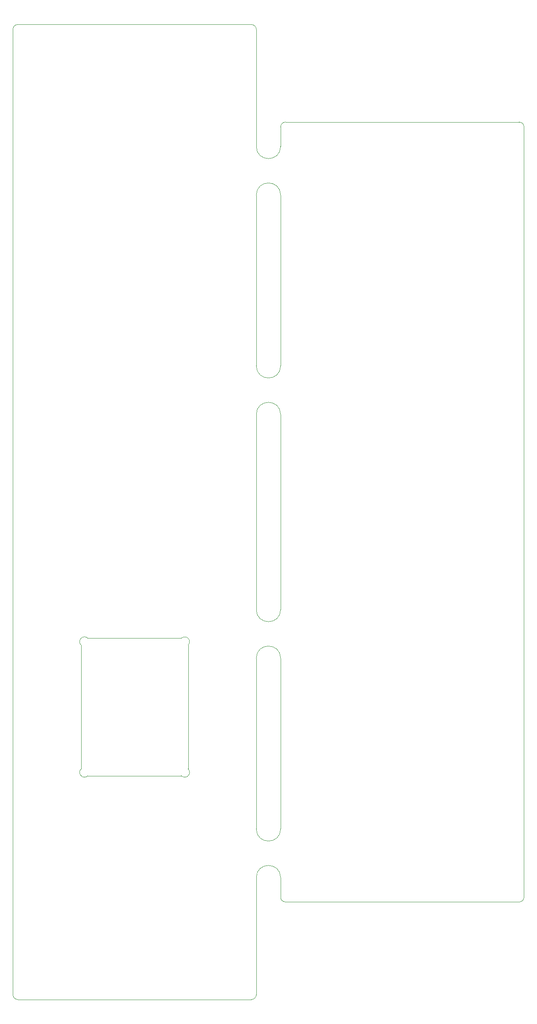
<source format=gm1>
G04 #@! TF.GenerationSoftware,KiCad,Pcbnew,(6.0.0)*
G04 #@! TF.CreationDate,2022-01-28T17:41:21+10:00*
G04 #@! TF.ProjectId,PowerSupply,506f7765-7253-4757-9070-6c792e6b6963,rev?*
G04 #@! TF.SameCoordinates,Original*
G04 #@! TF.FileFunction,Profile,NP*
%FSLAX46Y46*%
G04 Gerber Fmt 4.6, Leading zero omitted, Abs format (unit mm)*
G04 Created by KiCad (PCBNEW (6.0.0)) date 2022-01-28 17:41:21*
%MOMM*%
%LPD*%
G01*
G04 APERTURE LIST*
G04 #@! TA.AperFunction,Profile*
%ADD10C,0.050000*%
G04 #@! TD*
G04 #@! TA.AperFunction,Profile*
%ADD11C,0.120000*%
G04 #@! TD*
G04 APERTURE END LIST*
D10*
X140000000Y-219000000D02*
G75*
G03*
X141000000Y-220000000I999999J-1D01*
G01*
X190000000Y-61000000D02*
G75*
G03*
X189000000Y-60000000I-999999J1D01*
G01*
X135000000Y-205000000D02*
G75*
G03*
X140000000Y-205000000I2500000J0D01*
G01*
X190000000Y-219000000D02*
X190000000Y-61000000D01*
X135000000Y-41000000D02*
G75*
G03*
X134000000Y-40000000I-999999J1D01*
G01*
X189000000Y-220000000D02*
G75*
G03*
X190000000Y-219000000I1J999999D01*
G01*
X140000000Y-215000000D02*
G75*
G03*
X135000000Y-215000000I-2500000J0D01*
G01*
X86000000Y-40000000D02*
X134000000Y-40000000D01*
X140000000Y-120000000D02*
X140000000Y-160000000D01*
X135000000Y-110000000D02*
G75*
G03*
X140000000Y-110000000I2500000J0D01*
G01*
X85000000Y-239000000D02*
X85000000Y-41000000D01*
X141000000Y-60000000D02*
G75*
G03*
X140000000Y-61000000I-1J-999999D01*
G01*
X135000000Y-215000000D02*
X135000000Y-239000000D01*
X140000000Y-75000000D02*
G75*
G03*
X135000000Y-75000000I-2500000J0D01*
G01*
X134000000Y-240000000D02*
X86000000Y-240000000D01*
X141000000Y-220000000D02*
X189000000Y-220000000D01*
X140000000Y-170000000D02*
G75*
G03*
X135000000Y-170000000I-2500000J0D01*
G01*
X85000000Y-239000000D02*
G75*
G03*
X86000000Y-240000000I999999J-1D01*
G01*
X134000000Y-240000000D02*
G75*
G03*
X135000000Y-239000000I1J999999D01*
G01*
X140000000Y-75000000D02*
X140000000Y-110000000D01*
X135000000Y-120000000D02*
X135000000Y-160000000D01*
X135000000Y-160000000D02*
G75*
G03*
X140000000Y-160000000I2500000J0D01*
G01*
X140000000Y-120000000D02*
G75*
G03*
X135000000Y-120000000I-2500000J0D01*
G01*
X140000000Y-219000000D02*
X140000000Y-215000000D01*
X140000000Y-170000000D02*
X140000000Y-205000000D01*
X86000000Y-40000000D02*
G75*
G03*
X85000000Y-41000000I-1J-999999D01*
G01*
X189000000Y-60000000D02*
X141000000Y-60000000D01*
X140000000Y-61000000D02*
X140000000Y-65000000D01*
X135000000Y-170000000D02*
X135000000Y-205000000D01*
X135000000Y-41000000D02*
X135000000Y-65000000D01*
X135000000Y-65000000D02*
G75*
G03*
X140000000Y-65000000I2500000J0D01*
G01*
X135000000Y-75000000D02*
X135000000Y-110000000D01*
D11*
X99000000Y-167300000D02*
X99000000Y-192700000D01*
X100400000Y-194100000D02*
X119600000Y-194100000D01*
X121000000Y-192700000D02*
X121000000Y-167300000D01*
X119600000Y-165900000D02*
X100400000Y-165900000D01*
X99000000Y-192700000D02*
G75*
G03*
X100400000Y-194100000I700000J-700000D01*
G01*
X121000000Y-167300000D02*
G75*
G03*
X119600000Y-165900000I-700000J700000D01*
G01*
X100400000Y-165900000D02*
G75*
G03*
X99000000Y-167300000I-700000J-700000D01*
G01*
X119600000Y-194100000D02*
G75*
G03*
X121000000Y-192700000I700000J700000D01*
G01*
M02*

</source>
